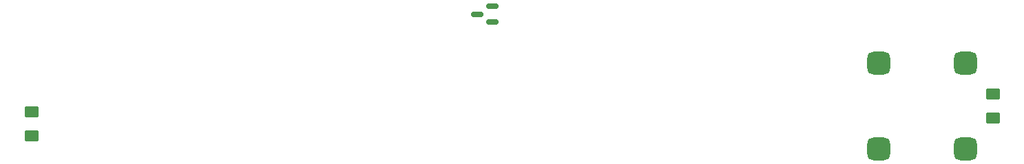
<source format=gtp>
G04 #@! TF.GenerationSoftware,KiCad,Pcbnew,(6.0.11)*
G04 #@! TF.CreationDate,2023-06-26T12:51:04-05:00*
G04 #@! TF.ProjectId,future_badge,66757475-7265-45f6-9261-6467652e6b69,2*
G04 #@! TF.SameCoordinates,Original*
G04 #@! TF.FileFunction,Paste,Top*
G04 #@! TF.FilePolarity,Positive*
%FSLAX46Y46*%
G04 Gerber Fmt 4.6, Leading zero omitted, Abs format (unit mm)*
G04 Created by KiCad (PCBNEW (6.0.11)) date 2023-06-26 12:51:04*
%MOMM*%
%LPD*%
G01*
G04 APERTURE LIST*
G04 Aperture macros list*
%AMRoundRect*
0 Rectangle with rounded corners*
0 $1 Rounding radius*
0 $2 $3 $4 $5 $6 $7 $8 $9 X,Y pos of 4 corners*
0 Add a 4 corners polygon primitive as box body*
4,1,4,$2,$3,$4,$5,$6,$7,$8,$9,$2,$3,0*
0 Add four circle primitives for the rounded corners*
1,1,$1+$1,$2,$3*
1,1,$1+$1,$4,$5*
1,1,$1+$1,$6,$7*
1,1,$1+$1,$8,$9*
0 Add four rect primitives between the rounded corners*
20,1,$1+$1,$2,$3,$4,$5,0*
20,1,$1+$1,$4,$5,$6,$7,0*
20,1,$1+$1,$6,$7,$8,$9,0*
20,1,$1+$1,$8,$9,$2,$3,0*%
G04 Aperture macros list end*
%ADD10RoundRect,0.250001X-0.624999X0.462499X-0.624999X-0.462499X0.624999X-0.462499X0.624999X0.462499X0*%
%ADD11RoundRect,0.700000X-0.700000X-0.700000X0.700000X-0.700000X0.700000X0.700000X-0.700000X0.700000X0*%
%ADD12RoundRect,0.150000X0.587500X0.150000X-0.587500X0.150000X-0.587500X-0.150000X0.587500X-0.150000X0*%
%ADD13RoundRect,0.250001X0.624999X-0.462499X0.624999X0.462499X-0.624999X0.462499X-0.624999X-0.462499X0*%
G04 APERTURE END LIST*
D10*
X23500000Y-118712500D03*
X23500000Y-121687500D03*
D11*
X127700000Y-112700000D03*
X127700000Y-123300000D03*
X138300000Y-123300000D03*
X138300000Y-112700000D03*
D12*
X80137500Y-107650000D03*
X80137500Y-105750000D03*
X78262500Y-106700000D03*
D13*
X141700000Y-119487500D03*
X141700000Y-116512500D03*
M02*

</source>
